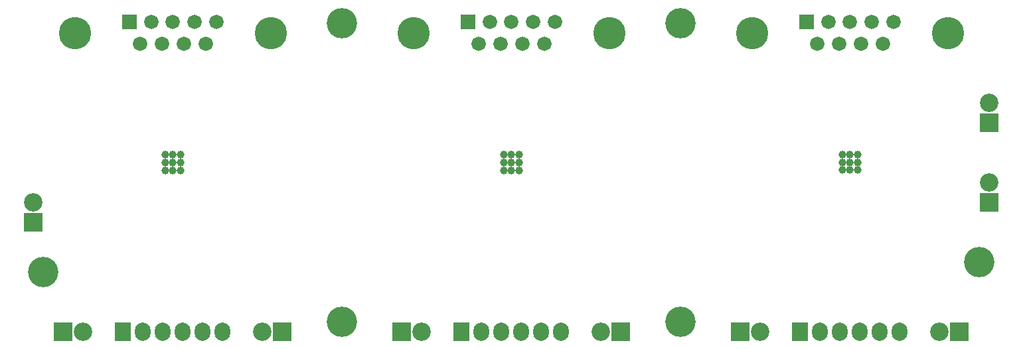
<source format=gbs>
G04 #@! TF.FileFunction,Soldermask,Bot*
%FSLAX46Y46*%
G04 Gerber Fmt 4.6, Leading zero omitted, Abs format (unit mm)*
G04 Created by KiCad (PCBNEW (2015-01-16 BZR 5376)-product) date 2/20/2015 2:24:23 PM*
%MOMM*%
G01*
G04 APERTURE LIST*
%ADD10C,0.100000*%
%ADD11C,4.114800*%
%ADD12R,1.828800X1.828800*%
%ADD13C,1.828800*%
%ADD14R,2.336800X2.336800*%
%ADD15O,2.336800X2.336800*%
%ADD16R,2.032000X2.336800*%
%ADD17O,2.032000X2.336800*%
%ADD18C,0.990600*%
%ADD19C,3.860800*%
G04 APERTURE END LIST*
D10*
D11*
X89105000Y-50800000D03*
X114095000Y-50800000D03*
D12*
X96060000Y-49380000D03*
D13*
X98830000Y-49380000D03*
X101600000Y-49403000D03*
X104370000Y-49380000D03*
X107140000Y-49380000D03*
X97445000Y-52220000D03*
X100215000Y-52220000D03*
X102985000Y-52220000D03*
X105755000Y-52220000D03*
D14*
X115570000Y-88900000D03*
D15*
X113030000Y-88900000D03*
D14*
X158750000Y-88900000D03*
D15*
X156210000Y-88900000D03*
D14*
X201930000Y-88900000D03*
D15*
X199390000Y-88900000D03*
D14*
X83820000Y-74930000D03*
D15*
X83820000Y-72390000D03*
D16*
X95224600Y-88900000D03*
D17*
X97764600Y-88900000D03*
X100304600Y-88900000D03*
X102844600Y-88900000D03*
X105384600Y-88900000D03*
X107924600Y-88900000D03*
D16*
X138430000Y-88900000D03*
D17*
X140970000Y-88900000D03*
X143510000Y-88900000D03*
X146050000Y-88900000D03*
X148590000Y-88900000D03*
X151130000Y-88900000D03*
D16*
X181610000Y-88900000D03*
D17*
X184150000Y-88900000D03*
X186690000Y-88900000D03*
X189230000Y-88900000D03*
X191770000Y-88900000D03*
X194310000Y-88900000D03*
D14*
X205740000Y-62230000D03*
D15*
X205740000Y-59690000D03*
D14*
X205740000Y-72390000D03*
D15*
X205740000Y-69850000D03*
D14*
X87630000Y-88900000D03*
D15*
X90170000Y-88900000D03*
D14*
X130810000Y-88900000D03*
D15*
X133350000Y-88900000D03*
D14*
X173990000Y-88900000D03*
D15*
X176530000Y-88900000D03*
D11*
X175465000Y-50800000D03*
X200455000Y-50800000D03*
D12*
X182420000Y-49380000D03*
D13*
X185190000Y-49380000D03*
X187960000Y-49403000D03*
X190730000Y-49380000D03*
X193500000Y-49380000D03*
X183805000Y-52220000D03*
X186575000Y-52220000D03*
X189345000Y-52220000D03*
X192115000Y-52220000D03*
D11*
X132285000Y-50800000D03*
X157275000Y-50800000D03*
D12*
X139240000Y-49380000D03*
D13*
X142010000Y-49380000D03*
X144780000Y-49403000D03*
X147550000Y-49380000D03*
X150320000Y-49380000D03*
X140625000Y-52220000D03*
X143395000Y-52220000D03*
X146165000Y-52220000D03*
X148935000Y-52220000D03*
D18*
X186960000Y-66310000D03*
X187960000Y-66310000D03*
X188960000Y-66310000D03*
X186960000Y-67310000D03*
X187960000Y-67310000D03*
X188960000Y-67310000D03*
X188960000Y-68310000D03*
X187960000Y-68310000D03*
X186960000Y-68310000D03*
X143780000Y-66335400D03*
X144780000Y-66335400D03*
X145780000Y-66335400D03*
X143780000Y-67335400D03*
X144780000Y-67335400D03*
X145780000Y-67335400D03*
X145780000Y-68335400D03*
X144780000Y-68335400D03*
X143780000Y-68335400D03*
X100600000Y-66335400D03*
X101600000Y-66335400D03*
X102600000Y-66335400D03*
X100600000Y-67335400D03*
X101600000Y-67335400D03*
X102600000Y-67335400D03*
X102600000Y-68335400D03*
X101600000Y-68335400D03*
X100600000Y-68335400D03*
D19*
X166370000Y-87630000D03*
X123190000Y-49530000D03*
X123190000Y-87630000D03*
X166370000Y-49530000D03*
X204470000Y-80010000D03*
X85090000Y-81280000D03*
M02*

</source>
